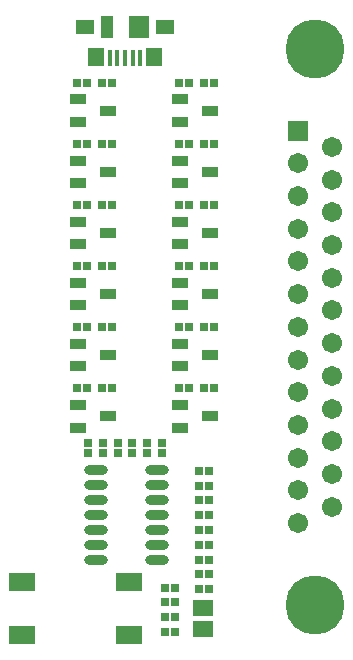
<source format=gts>
G04*
G04 #@! TF.GenerationSoftware,Altium Limited,Altium Designer,21.3.1 (25)*
G04*
G04 Layer_Color=8388736*
%FSLAX25Y25*%
%MOIN*%
G70*
G04*
G04 #@! TF.SameCoordinates,0F46E8F8-C812-4C73-86AE-EEEB37A8DDC9*
G04*
G04*
G04 #@! TF.FilePolarity,Negative*
G04*
G01*
G75*
%ADD27R,0.01772X0.05433*%
%ADD28R,0.05610X0.06102*%
%ADD29R,0.03937X0.07480*%
%ADD30R,0.07087X0.07480*%
%ADD31R,0.06496X0.05118*%
%ADD34R,0.02762X0.02959*%
%ADD35R,0.05721X0.03556*%
%ADD36R,0.02959X0.02762*%
%ADD37R,0.06587X0.05367*%
%ADD38O,0.07887X0.03162*%
%ADD39R,0.09068X0.06312*%
%ADD40C,0.06706*%
%ADD41R,0.06706X0.06706*%
%ADD42C,0.19698*%
D27*
X37697Y197106D02*
D03*
X40256Y197106D02*
D03*
X42815Y197106D02*
D03*
X45374Y197106D02*
D03*
X47933Y197106D02*
D03*
D28*
X33022Y197441D02*
D03*
X52608D02*
D03*
D29*
X36713Y207579D02*
D03*
D30*
X47343D02*
D03*
D31*
X29528D02*
D03*
X56102D02*
D03*
D34*
X64173Y87106D02*
D03*
X60827D02*
D03*
X69193Y87106D02*
D03*
X72539D02*
D03*
X30217Y87106D02*
D03*
X26870D02*
D03*
X35236Y87106D02*
D03*
X38583D02*
D03*
X30217Y107480D02*
D03*
X26870D02*
D03*
X35236Y107480D02*
D03*
X38583D02*
D03*
X64173Y107480D02*
D03*
X60827D02*
D03*
X69193Y107480D02*
D03*
X72539D02*
D03*
X64173Y188976D02*
D03*
X60827D02*
D03*
X69193Y188976D02*
D03*
X72539D02*
D03*
X30217Y168602D02*
D03*
X26870D02*
D03*
X35236Y168602D02*
D03*
X38583D02*
D03*
X64173Y168602D02*
D03*
X60827D02*
D03*
X69193Y168602D02*
D03*
X72539D02*
D03*
X30217Y148228D02*
D03*
X26870D02*
D03*
X35236Y148228D02*
D03*
X38583D02*
D03*
X64173Y148228D02*
D03*
X60827D02*
D03*
X69193Y148228D02*
D03*
X72539D02*
D03*
X30217Y127854D02*
D03*
X26870D02*
D03*
X35236Y127854D02*
D03*
X38583D02*
D03*
X64173Y127854D02*
D03*
X60827D02*
D03*
X69193Y127854D02*
D03*
X72539D02*
D03*
X38583Y188976D02*
D03*
X35236D02*
D03*
X26870Y188976D02*
D03*
X30217D02*
D03*
X59547Y10827D02*
D03*
X56201D02*
D03*
Y5906D02*
D03*
X59547D02*
D03*
X56201Y15748D02*
D03*
X59547D02*
D03*
Y20669D02*
D03*
X56201D02*
D03*
X67421Y25098D02*
D03*
X70768D02*
D03*
X70768Y30020D02*
D03*
X67421Y30020D02*
D03*
X70768Y20177D02*
D03*
X67421D02*
D03*
X67421Y44783D02*
D03*
X70768D02*
D03*
X70768Y39862D02*
D03*
X67421Y39862D02*
D03*
X70768Y34941D02*
D03*
X67421D02*
D03*
X67421Y49705D02*
D03*
X70768Y49705D02*
D03*
X70768Y54626D02*
D03*
X67421D02*
D03*
X70768Y59547D02*
D03*
X67421D02*
D03*
D35*
X27172Y183366D02*
D03*
Y175886D02*
D03*
X37014Y179626D02*
D03*
X70971Y118504D02*
D03*
X61128Y114764D02*
D03*
Y122244D02*
D03*
X37014Y118504D02*
D03*
X27172Y114764D02*
D03*
Y122244D02*
D03*
X70971Y138878D02*
D03*
X61128Y135138D02*
D03*
Y142618D02*
D03*
X37014Y138878D02*
D03*
X27172Y135138D02*
D03*
Y142618D02*
D03*
X70971Y159252D02*
D03*
X61128Y155512D02*
D03*
Y162992D02*
D03*
X37014Y159252D02*
D03*
X27172Y155512D02*
D03*
Y162992D02*
D03*
X70971Y179626D02*
D03*
X61128Y175886D02*
D03*
Y183366D02*
D03*
X70971Y98130D02*
D03*
X61128Y94390D02*
D03*
Y101870D02*
D03*
X37014Y98130D02*
D03*
X27172Y94390D02*
D03*
Y101870D02*
D03*
X37014Y77756D02*
D03*
X27172Y74016D02*
D03*
Y81496D02*
D03*
X70971Y77756D02*
D03*
X61128Y74016D02*
D03*
Y81496D02*
D03*
D36*
X45276Y68799D02*
D03*
Y65453D02*
D03*
X55118Y65453D02*
D03*
Y68799D02*
D03*
X50197Y68799D02*
D03*
X50197Y65453D02*
D03*
X30512Y65453D02*
D03*
Y68799D02*
D03*
X35433Y68799D02*
D03*
Y65453D02*
D03*
X40354Y68799D02*
D03*
X40354Y65453D02*
D03*
D37*
X68898Y6831D02*
D03*
Y13839D02*
D03*
D38*
X53543Y29783D02*
D03*
Y34784D02*
D03*
Y39783D02*
D03*
Y44783D02*
D03*
Y49784D02*
D03*
Y54783D02*
D03*
Y59784D02*
D03*
X33071Y29783D02*
D03*
Y34784D02*
D03*
Y39783D02*
D03*
Y44783D02*
D03*
Y49784D02*
D03*
Y54783D02*
D03*
Y59784D02*
D03*
D39*
X44291Y22638D02*
D03*
X8465D02*
D03*
X44291Y4921D02*
D03*
X8465Y4921D02*
D03*
D40*
X100531Y107579D02*
D03*
Y118484D02*
D03*
Y129390D02*
D03*
Y151201D02*
D03*
Y140295D02*
D03*
Y162106D02*
D03*
Y96673D02*
D03*
Y85768D02*
D03*
Y74862D02*
D03*
Y63957D02*
D03*
Y53051D02*
D03*
Y42146D02*
D03*
X111713Y167559D02*
D03*
Y156653D02*
D03*
Y145748D02*
D03*
Y134843D02*
D03*
Y123937D02*
D03*
Y113031D02*
D03*
Y102126D02*
D03*
Y91220D02*
D03*
Y80315D02*
D03*
Y69410D02*
D03*
Y58504D02*
D03*
Y47598D02*
D03*
D41*
X100531Y173012D02*
D03*
D42*
X106122Y14862D02*
D03*
Y200295D02*
D03*
M02*

</source>
